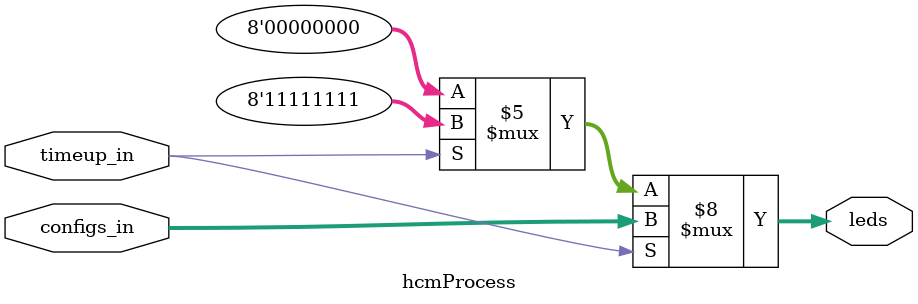
<source format=v>
`timescale 1ns / 1ps

module hcmProcess(
    input [7:0] configs_in,
    input timeup_in,
    output reg [7:0] leds
    );
    
    always @(timeup_in)
    if (timeup_in == 1)
        leds <= configs_in[7:0];
    else if (timeup_in == 0)
        leds <= 8'b00000000;
    else 
        leds <= 8'b11111111;
                
    //assign leds = timeup_in? configs_in[7:0] : 8'b00000000;
endmodule

</source>
